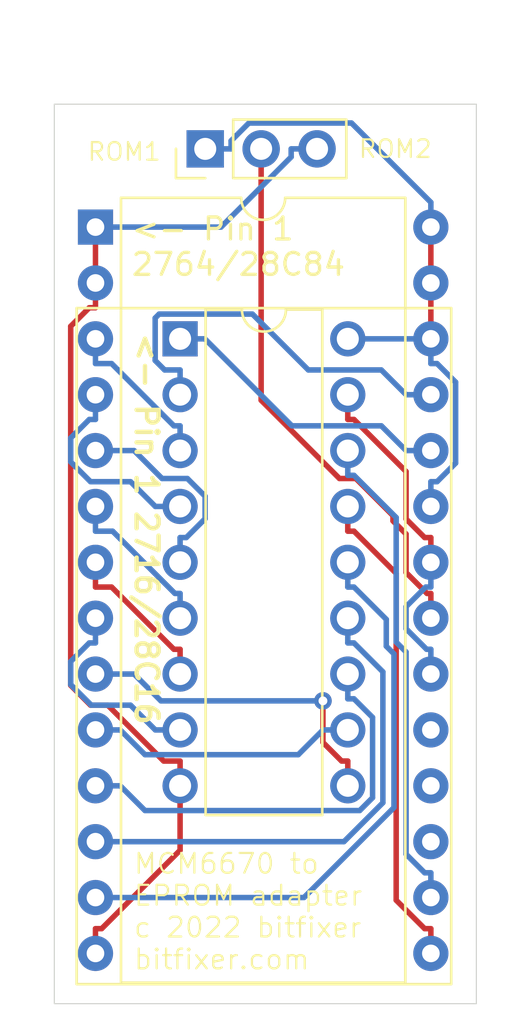
<source format=kicad_pcb>
(kicad_pcb (version 20171130) (host pcbnew "(5.1.6)-1")

  (general
    (thickness 1.6)
    (drawings 14)
    (tracks 163)
    (zones 0)
    (modules 3)
    (nets 23)
  )

  (page A4)
  (layers
    (0 F.Cu signal)
    (31 B.Cu signal)
    (32 B.Adhes user)
    (33 F.Adhes user)
    (34 B.Paste user)
    (35 F.Paste user)
    (36 B.SilkS user)
    (37 F.SilkS user)
    (38 B.Mask user)
    (39 F.Mask user)
    (40 Dwgs.User user)
    (41 Cmts.User user)
    (42 Eco1.User user)
    (43 Eco2.User user)
    (44 Edge.Cuts user)
    (45 Margin user)
    (46 B.CrtYd user)
    (47 F.CrtYd user)
    (48 B.Fab user)
    (49 F.Fab user)
  )

  (setup
    (last_trace_width 0.25)
    (trace_clearance 0.2)
    (zone_clearance 0.508)
    (zone_45_only no)
    (trace_min 0.2)
    (via_size 0.8)
    (via_drill 0.4)
    (via_min_size 0.4)
    (via_min_drill 0.3)
    (uvia_size 0.3)
    (uvia_drill 0.1)
    (uvias_allowed no)
    (uvia_min_size 0.2)
    (uvia_min_drill 0.1)
    (edge_width 0.05)
    (segment_width 0.2)
    (pcb_text_width 0.3)
    (pcb_text_size 1.5 1.5)
    (mod_edge_width 0.12)
    (mod_text_size 1 1)
    (mod_text_width 0.15)
    (pad_size 1.6 1.6)
    (pad_drill 1)
    (pad_to_mask_clearance 0.05)
    (aux_axis_origin 0 0)
    (visible_elements 7FFFFFFF)
    (pcbplotparams
      (layerselection 0x010fc_ffffffff)
      (usegerberextensions false)
      (usegerberattributes true)
      (usegerberadvancedattributes true)
      (creategerberjobfile true)
      (excludeedgelayer true)
      (linewidth 0.100000)
      (plotframeref false)
      (viasonmask false)
      (mode 1)
      (useauxorigin false)
      (hpglpennumber 1)
      (hpglpenspeed 20)
      (hpglpendiameter 15.000000)
      (psnegative false)
      (psa4output false)
      (plotreference true)
      (plotvalue true)
      (plotinvisibletext false)
      (padsonsilk false)
      (subtractmaskfromsilk false)
      (outputformat 1)
      (mirror false)
      (drillshape 0)
      (scaleselection 1)
      (outputdirectory ""))
  )

  (net 0 "")
  (net 1 +5V)
  (net 2 GND)
  (net 3 CSBAR)
  (net 4 RS3)
  (net 5 D4)
  (net 6 A0)
  (net 7 D3)
  (net 8 A1)
  (net 9 D2)
  (net 10 A2)
  (net 11 D1)
  (net 12 A3)
  (net 13 D0)
  (net 14 A4)
  (net 15 RS1)
  (net 16 A5)
  (net 17 RS2)
  (net 18 A6)
  (net 19 ASEL)
  (net 20 "Net-(J2-Pad19)")
  (net 21 "Net-(J2-Pad18)")
  (net 22 "Net-(J2-Pad17)")

  (net_class Default "This is the default net class."
    (clearance 0.2)
    (trace_width 0.25)
    (via_dia 0.8)
    (via_drill 0.4)
    (uvia_dia 0.3)
    (uvia_drill 0.1)
    (add_net +5V)
    (add_net A0)
    (add_net A1)
    (add_net A2)
    (add_net A3)
    (add_net A4)
    (add_net A5)
    (add_net A6)
    (add_net ASEL)
    (add_net CSBAR)
    (add_net D0)
    (add_net D1)
    (add_net D2)
    (add_net D3)
    (add_net D4)
    (add_net GND)
    (add_net "Net-(J2-Pad17)")
    (add_net "Net-(J2-Pad18)")
    (add_net "Net-(J2-Pad19)")
    (add_net RS1)
    (add_net RS2)
    (add_net RS3)
  )

  (module Connector_PinHeader_2.54mm:PinHeader_1x03_P2.54mm_Vertical (layer F.Cu) (tedit 59FED5CC) (tstamp 62CD0A4A)
    (at 140.589 88.011 90)
    (descr "Through hole straight pin header, 1x03, 2.54mm pitch, single row")
    (tags "Through hole pin header THT 1x03 2.54mm single row")
    (path /62CD5154)
    (fp_text reference J3 (at 0 -2.33 90) (layer F.SilkS) hide
      (effects (font (size 1 1) (thickness 0.15)))
    )
    (fp_text value Conn_01x03_Male (at 0 7.41 90) (layer F.Fab)
      (effects (font (size 1 1) (thickness 0.15)))
    )
    (fp_line (start 1.8 -1.8) (end -1.8 -1.8) (layer F.CrtYd) (width 0.05))
    (fp_line (start 1.8 6.85) (end 1.8 -1.8) (layer F.CrtYd) (width 0.05))
    (fp_line (start -1.8 6.85) (end 1.8 6.85) (layer F.CrtYd) (width 0.05))
    (fp_line (start -1.8 -1.8) (end -1.8 6.85) (layer F.CrtYd) (width 0.05))
    (fp_line (start -1.33 -1.33) (end 0 -1.33) (layer F.SilkS) (width 0.12))
    (fp_line (start -1.33 0) (end -1.33 -1.33) (layer F.SilkS) (width 0.12))
    (fp_line (start -1.33 1.27) (end 1.33 1.27) (layer F.SilkS) (width 0.12))
    (fp_line (start 1.33 1.27) (end 1.33 6.41) (layer F.SilkS) (width 0.12))
    (fp_line (start -1.33 1.27) (end -1.33 6.41) (layer F.SilkS) (width 0.12))
    (fp_line (start -1.33 6.41) (end 1.33 6.41) (layer F.SilkS) (width 0.12))
    (fp_line (start -1.27 -0.635) (end -0.635 -1.27) (layer F.Fab) (width 0.1))
    (fp_line (start -1.27 6.35) (end -1.27 -0.635) (layer F.Fab) (width 0.1))
    (fp_line (start 1.27 6.35) (end -1.27 6.35) (layer F.Fab) (width 0.1))
    (fp_line (start 1.27 -1.27) (end 1.27 6.35) (layer F.Fab) (width 0.1))
    (fp_line (start -0.635 -1.27) (end 1.27 -1.27) (layer F.Fab) (width 0.1))
    (fp_text user %R (at 0 2.54) (layer F.Fab)
      (effects (font (size 1 1) (thickness 0.15)))
    )
    (pad 3 thru_hole oval (at 0 5.08 90) (size 1.7 1.7) (drill 1) (layers *.Cu *.Mask)
      (net 2 GND))
    (pad 2 thru_hole oval (at 0 2.54 90) (size 1.7 1.7) (drill 1) (layers *.Cu *.Mask)
      (net 19 ASEL))
    (pad 1 thru_hole rect (at 0 0 90) (size 1.7 1.7) (drill 1) (layers *.Cu *.Mask)
      (net 1 +5V))
    (model ${KISYS3DMOD}/Connector_PinHeader_2.54mm.3dshapes/PinHeader_1x03_P2.54mm_Vertical.wrl
      (at (xyz 0 0 0))
      (scale (xyz 1 1 1))
      (rotate (xyz 0 0 0))
    )
  )

  (module Package_DIP:DIP-28_W15.24mm (layer F.Cu) (tedit 5A02E8C5) (tstamp 62CD0A33)
    (at 135.601 91.567)
    (descr "28-lead though-hole mounted DIP package, row spacing 15.24 mm (600 mils)")
    (tags "THT DIP DIL PDIP 2.54mm 15.24mm 600mil")
    (path /62CD055A)
    (fp_text reference J2 (at 7.62 -2.33) (layer F.SilkS) hide
      (effects (font (size 1 1) (thickness 0.15)))
    )
    (fp_text value Conn_02x14_Counter_Clockwise (at 7.62 35.35) (layer F.Fab)
      (effects (font (size 1 1) (thickness 0.15)))
    )
    (fp_line (start 16.3 -1.55) (end -1.05 -1.55) (layer F.CrtYd) (width 0.05))
    (fp_line (start 16.3 34.55) (end 16.3 -1.55) (layer F.CrtYd) (width 0.05))
    (fp_line (start -1.05 34.55) (end 16.3 34.55) (layer F.CrtYd) (width 0.05))
    (fp_line (start -1.05 -1.55) (end -1.05 34.55) (layer F.CrtYd) (width 0.05))
    (fp_line (start 14.08 -1.33) (end 8.62 -1.33) (layer F.SilkS) (width 0.12))
    (fp_line (start 14.08 34.35) (end 14.08 -1.33) (layer F.SilkS) (width 0.12))
    (fp_line (start 1.16 34.35) (end 14.08 34.35) (layer F.SilkS) (width 0.12))
    (fp_line (start 1.16 -1.33) (end 1.16 34.35) (layer F.SilkS) (width 0.12))
    (fp_line (start 6.62 -1.33) (end 1.16 -1.33) (layer F.SilkS) (width 0.12))
    (fp_line (start 0.255 -0.27) (end 1.255 -1.27) (layer F.Fab) (width 0.1))
    (fp_line (start 0.255 34.29) (end 0.255 -0.27) (layer F.Fab) (width 0.1))
    (fp_line (start 14.985 34.29) (end 0.255 34.29) (layer F.Fab) (width 0.1))
    (fp_line (start 14.985 -1.27) (end 14.985 34.29) (layer F.Fab) (width 0.1))
    (fp_line (start 1.255 -1.27) (end 14.985 -1.27) (layer F.Fab) (width 0.1))
    (fp_text user %R (at 7.62 16.51) (layer F.Fab)
      (effects (font (size 1 1) (thickness 0.15)))
    )
    (fp_arc (start 7.62 -1.33) (end 6.62 -1.33) (angle -180) (layer F.SilkS) (width 0.12))
    (pad 28 thru_hole oval (at 15.24 0) (size 1.6 1.6) (drill 0.8) (layers *.Cu *.Mask)
      (net 1 +5V))
    (pad 14 thru_hole oval (at 0 33.02) (size 1.6 1.6) (drill 0.8) (layers *.Cu *.Mask)
      (net 2 GND))
    (pad 27 thru_hole oval (at 15.24 2.54) (size 1.6 1.6) (drill 0.8) (layers *.Cu *.Mask)
      (net 1 +5V))
    (pad 13 thru_hole oval (at 0 30.48) (size 1.6 1.6) (drill 0.8) (layers *.Cu *.Mask)
      (net 9 D2))
    (pad 26 thru_hole oval (at 15.24 5.08) (size 1.6 1.6) (drill 0.8) (layers *.Cu *.Mask)
      (net 1 +5V))
    (pad 12 thru_hole oval (at 0 27.94) (size 1.6 1.6) (drill 0.8) (layers *.Cu *.Mask)
      (net 11 D1))
    (pad 25 thru_hole oval (at 15.24 7.62) (size 1.6 1.6) (drill 0.8) (layers *.Cu *.Mask)
      (net 16 A5))
    (pad 11 thru_hole oval (at 0 25.4) (size 1.6 1.6) (drill 0.8) (layers *.Cu *.Mask)
      (net 13 D0))
    (pad 24 thru_hole oval (at 15.24 10.16) (size 1.6 1.6) (drill 0.8) (layers *.Cu *.Mask)
      (net 18 A6))
    (pad 10 thru_hole oval (at 0 22.86) (size 1.6 1.6) (drill 0.8) (layers *.Cu *.Mask)
      (net 15 RS1))
    (pad 23 thru_hole oval (at 15.24 12.7) (size 1.6 1.6) (drill 0.8) (layers *.Cu *.Mask)
      (net 1 +5V))
    (pad 9 thru_hole oval (at 0 20.32) (size 1.6 1.6) (drill 0.8) (layers *.Cu *.Mask)
      (net 17 RS2))
    (pad 22 thru_hole oval (at 15.24 15.24) (size 1.6 1.6) (drill 0.8) (layers *.Cu *.Mask)
      (net 3 CSBAR))
    (pad 8 thru_hole oval (at 0 17.78) (size 1.6 1.6) (drill 0.8) (layers *.Cu *.Mask)
      (net 4 RS3))
    (pad 21 thru_hole oval (at 15.24 17.78) (size 1.6 1.6) (drill 0.8) (layers *.Cu *.Mask)
      (net 19 ASEL))
    (pad 7 thru_hole oval (at 0 15.24) (size 1.6 1.6) (drill 0.8) (layers *.Cu *.Mask)
      (net 6 A0))
    (pad 20 thru_hole oval (at 15.24 20.32) (size 1.6 1.6) (drill 0.8) (layers *.Cu *.Mask)
      (net 3 CSBAR))
    (pad 6 thru_hole oval (at 0 12.7) (size 1.6 1.6) (drill 0.8) (layers *.Cu *.Mask)
      (net 8 A1))
    (pad 19 thru_hole oval (at 15.24 22.86) (size 1.6 1.6) (drill 0.8) (layers *.Cu *.Mask)
      (net 20 "Net-(J2-Pad19)"))
    (pad 5 thru_hole oval (at 0 10.16) (size 1.6 1.6) (drill 0.8) (layers *.Cu *.Mask)
      (net 10 A2))
    (pad 18 thru_hole oval (at 15.24 25.4) (size 1.6 1.6) (drill 0.8) (layers *.Cu *.Mask)
      (net 21 "Net-(J2-Pad18)"))
    (pad 4 thru_hole oval (at 0 7.62) (size 1.6 1.6) (drill 0.8) (layers *.Cu *.Mask)
      (net 12 A3))
    (pad 17 thru_hole oval (at 15.24 27.94) (size 1.6 1.6) (drill 0.8) (layers *.Cu *.Mask)
      (net 22 "Net-(J2-Pad17)"))
    (pad 3 thru_hole oval (at 0 5.08) (size 1.6 1.6) (drill 0.8) (layers *.Cu *.Mask)
      (net 14 A4))
    (pad 16 thru_hole oval (at 15.24 30.48) (size 1.6 1.6) (drill 0.8) (layers *.Cu *.Mask)
      (net 5 D4))
    (pad 2 thru_hole oval (at 0 2.54) (size 1.6 1.6) (drill 0.8) (layers *.Cu *.Mask)
      (net 2 GND))
    (pad 15 thru_hole oval (at 15.24 33.02) (size 1.6 1.6) (drill 0.8) (layers *.Cu *.Mask)
      (net 7 D3))
    (pad 1 thru_hole rect (at 0 0) (size 1.6 1.6) (drill 0.8) (layers *.Cu *.Mask)
      (net 2 GND))
    (model ${KISYS3DMOD}/Package_DIP.3dshapes/DIP-28_W15.24mm.wrl
      (at (xyz 0 0 0))
      (scale (xyz 1 1 1))
      (rotate (xyz 0 0 0))
    )
  )

  (module Package_DIP:DIP-18_W7.62mm (layer F.Cu) (tedit 62CCAFB0) (tstamp 62CD0A03)
    (at 139.446 96.647)
    (descr "18-lead though-hole mounted DIP package, row spacing 7.62 mm (300 mils)")
    (tags "THT DIP DIL PDIP 2.54mm 7.62mm 300mil")
    (path /62CC9922)
    (fp_text reference J1 (at 3.81 -2.33) (layer F.SilkS) hide
      (effects (font (size 1 1) (thickness 0.15)))
    )
    (fp_text value MCM6670 (at 3.937 16.891 90) (layer F.Fab)
      (effects (font (size 1 1) (thickness 0.15)))
    )
    (fp_line (start 8.7 -1.55) (end -1.1 -1.55) (layer F.CrtYd) (width 0.05))
    (fp_line (start 8.7 21.85) (end 8.7 -1.55) (layer F.CrtYd) (width 0.05))
    (fp_line (start -1.1 21.85) (end 8.7 21.85) (layer F.CrtYd) (width 0.05))
    (fp_line (start -1.1 -1.55) (end -1.1 21.85) (layer F.CrtYd) (width 0.05))
    (fp_line (start 6.46 -1.33) (end 4.81 -1.33) (layer F.SilkS) (width 0.12))
    (fp_line (start 6.46 21.65) (end 6.46 -1.33) (layer F.SilkS) (width 0.12))
    (fp_line (start 1.16 21.65) (end 6.46 21.65) (layer F.SilkS) (width 0.12))
    (fp_line (start 1.16 -1.33) (end 1.16 21.65) (layer F.SilkS) (width 0.12))
    (fp_line (start 2.81 -1.33) (end 1.16 -1.33) (layer F.SilkS) (width 0.12))
    (fp_line (start 0.635 -0.27) (end 1.635 -1.27) (layer F.Fab) (width 0.1))
    (fp_line (start 0.635 21.59) (end 0.635 -0.27) (layer F.Fab) (width 0.1))
    (fp_line (start 6.985 21.59) (end 0.635 21.59) (layer F.Fab) (width 0.1))
    (fp_line (start 6.985 -1.27) (end 6.985 21.59) (layer F.Fab) (width 0.1))
    (fp_line (start 1.635 -1.27) (end 6.985 -1.27) (layer F.Fab) (width 0.1))
    (fp_text user %R (at 3.81 10.16) (layer F.Fab)
      (effects (font (size 1 1) (thickness 0.15)))
    )
    (fp_arc (start 3.81 -1.33) (end 2.81 -1.33) (angle -180) (layer F.SilkS) (width 0.12))
    (pad 18 thru_hole oval (at 7.62 0) (size 1.6 1.6) (drill 1) (layers *.Cu *.Mask)
      (net 1 +5V))
    (pad 9 thru_hole oval (at 0 20.32) (size 1.6 1.6) (drill 1) (layers *.Cu *.Mask)
      (net 2 GND))
    (pad 17 thru_hole oval (at 7.62 2.54) (size 1.6 1.6) (drill 1) (layers *.Cu *.Mask)
      (net 3 CSBAR))
    (pad 8 thru_hole oval (at 0 17.78) (size 1.6 1.6) (drill 1) (layers *.Cu *.Mask)
      (net 4 RS3))
    (pad 16 thru_hole oval (at 7.62 5.08) (size 1.6 1.6) (drill 1) (layers *.Cu *.Mask)
      (net 5 D4))
    (pad 7 thru_hole oval (at 0 15.24) (size 1.6 1.6) (drill 1) (layers *.Cu *.Mask)
      (net 6 A0))
    (pad 15 thru_hole oval (at 7.62 7.62) (size 1.6 1.6) (drill 1) (layers *.Cu *.Mask)
      (net 7 D3))
    (pad 6 thru_hole oval (at 0 12.7) (size 1.6 1.6) (drill 1) (layers *.Cu *.Mask)
      (net 8 A1))
    (pad 14 thru_hole oval (at 7.62 10.16) (size 1.6 1.6) (drill 1) (layers *.Cu *.Mask)
      (net 9 D2))
    (pad 5 thru_hole oval (at 0 10.16) (size 1.6 1.6) (drill 1) (layers *.Cu *.Mask)
      (net 10 A2))
    (pad 13 thru_hole oval (at 7.62 12.7) (size 1.6 1.6) (drill 1) (layers *.Cu *.Mask)
      (net 11 D1))
    (pad 4 thru_hole oval (at 0 7.62) (size 1.6 1.6) (drill 1) (layers *.Cu *.Mask)
      (net 12 A3))
    (pad 12 thru_hole oval (at 7.62 15.24) (size 1.6 1.6) (drill 1) (layers *.Cu *.Mask)
      (net 13 D0))
    (pad 3 thru_hole oval (at 0 5.08) (size 1.6 1.6) (drill 1) (layers *.Cu *.Mask)
      (net 14 A4))
    (pad 11 thru_hole oval (at 7.62 17.78) (size 1.6 1.6) (drill 1) (layers *.Cu *.Mask)
      (net 15 RS1))
    (pad 2 thru_hole oval (at 0 2.54) (size 1.6 1.6) (drill 1) (layers *.Cu *.Mask)
      (net 16 A5))
    (pad 10 thru_hole oval (at 7.62 20.32) (size 1.6 1.6) (drill 1) (layers *.Cu *.Mask)
      (net 17 RS2))
    (pad 1 thru_hole rect (at 0 0) (size 1.6 1.6) (drill 1) (layers *.Cu *.Mask)
      (net 18 A6))
    (model ${KISYS3DMOD}/Package_DIP.3dshapes/DIP-18_W7.62mm.wrl
      (at (xyz 0 0 0))
      (scale (xyz 1 1 1))
      (rotate (xyz 0 0 0))
    )
  )

  (gr_text "MCM6670 to\nEPROM adapter\nc 2022 bitfixer\nbitfixer.com" (at 137.287 122.682) (layer F.SilkS)
    (effects (font (size 0.9 0.9) (thickness 0.1)) (justify left))
  )
  (gr_line (start 133.731 85.979) (end 133.985 85.979) (layer Edge.Cuts) (width 0.05) (tstamp 62CD196F))
  (gr_line (start 133.731 126.873) (end 133.731 85.979) (layer Edge.Cuts) (width 0.05))
  (gr_line (start 152.908 126.873) (end 133.731 126.873) (layer Edge.Cuts) (width 0.05))
  (gr_line (start 152.908 85.979) (end 152.908 126.873) (layer Edge.Cuts) (width 0.05))
  (gr_line (start 133.985 85.979) (end 152.908 85.979) (layer Edge.Cuts) (width 0.05))
  (gr_text ROM2 (at 149.225 88.011) (layer F.SilkS)
    (effects (font (size 0.8 0.8) (thickness 0.1)))
  )
  (gr_text ROM1 (at 136.906 88.138) (layer F.SilkS)
    (effects (font (size 0.8 0.8) (thickness 0.1)))
  )
  (gr_line (start 134.747 125.984) (end 134.747 95.25) (layer F.SilkS) (width 0.12) (tstamp 62CD18A3))
  (gr_line (start 151.765 125.984) (end 134.747 125.984) (layer F.SilkS) (width 0.12))
  (gr_line (start 151.765 95.25) (end 151.765 125.984) (layer F.SilkS) (width 0.12))
  (gr_line (start 134.747 95.25) (end 151.765 95.25) (layer F.SilkS) (width 0.12))
  (gr_text "<- Pin 1 2716/28C16" (at 137.922 105.283 270) (layer F.SilkS)
    (effects (font (size 1 1) (thickness 0.2)))
  )
  (gr_text "<- Pin 1\n2764/28C84" (at 137.16 92.456) (layer F.SilkS)
    (effects (font (size 1 1) (thickness 0.15)) (justify left))
  )

  (segment (start 140.589 88.011) (end 141.7643 88.011) (width 0.25) (layer B.Cu) (net 1))
  (segment (start 150.841 91.567) (end 150.841 90.4417) (width 0.25) (layer B.Cu) (net 1))
  (segment (start 150.841 90.4417) (end 147.235 86.8357) (width 0.25) (layer B.Cu) (net 1))
  (segment (start 147.235 86.8357) (end 142.5722 86.8357) (width 0.25) (layer B.Cu) (net 1))
  (segment (start 142.5722 86.8357) (end 141.7643 87.6436) (width 0.25) (layer B.Cu) (net 1))
  (segment (start 141.7643 87.6436) (end 141.7643 88.011) (width 0.25) (layer B.Cu) (net 1))
  (segment (start 150.841 94.107) (end 150.841 91.567) (width 0.25) (layer F.Cu) (net 1))
  (segment (start 150.841 96.647) (end 150.841 94.107) (width 0.25) (layer F.Cu) (net 1))
  (segment (start 150.841 96.647) (end 150.841 97.7723) (width 0.25) (layer B.Cu) (net 1))
  (segment (start 150.841 104.267) (end 150.841 103.1417) (width 0.25) (layer B.Cu) (net 1))
  (segment (start 150.841 103.1417) (end 151.1223 103.1417) (width 0.25) (layer B.Cu) (net 1))
  (segment (start 151.1223 103.1417) (end 151.9663 102.2977) (width 0.25) (layer B.Cu) (net 1))
  (segment (start 151.9663 102.2977) (end 151.9663 98.6162) (width 0.25) (layer B.Cu) (net 1))
  (segment (start 151.9663 98.6162) (end 151.1224 97.7723) (width 0.25) (layer B.Cu) (net 1))
  (segment (start 151.1224 97.7723) (end 150.841 97.7723) (width 0.25) (layer B.Cu) (net 1))
  (segment (start 147.066 96.647) (end 150.841 96.647) (width 0.25) (layer B.Cu) (net 1))
  (segment (start 135.601 94.107) (end 135.601 95.2323) (width 0.25) (layer F.Cu) (net 2))
  (segment (start 139.446 116.967) (end 139.446 115.8417) (width 0.25) (layer F.Cu) (net 2))
  (segment (start 139.446 115.8417) (end 138.6994 115.8417) (width 0.25) (layer F.Cu) (net 2))
  (segment (start 138.6994 115.8417) (end 136.1594 113.3017) (width 0.25) (layer F.Cu) (net 2))
  (segment (start 136.1594 113.3017) (end 135.3765 113.3017) (width 0.25) (layer F.Cu) (net 2))
  (segment (start 135.3765 113.3017) (end 134.4757 112.4009) (width 0.25) (layer F.Cu) (net 2))
  (segment (start 134.4757 112.4009) (end 134.4757 96.0762) (width 0.25) (layer F.Cu) (net 2))
  (segment (start 134.4757 96.0762) (end 135.3196 95.2323) (width 0.25) (layer F.Cu) (net 2))
  (segment (start 135.3196 95.2323) (end 135.601 95.2323) (width 0.25) (layer F.Cu) (net 2))
  (segment (start 135.601 123.4617) (end 135.8823 123.4617) (width 0.25) (layer F.Cu) (net 2))
  (segment (start 135.8823 123.4617) (end 139.446 119.898) (width 0.25) (layer F.Cu) (net 2))
  (segment (start 139.446 119.898) (end 139.446 116.967) (width 0.25) (layer F.Cu) (net 2))
  (segment (start 145.669 88.011) (end 144.4937 88.011) (width 0.25) (layer B.Cu) (net 2))
  (segment (start 135.601 91.567) (end 141.305 91.567) (width 0.25) (layer B.Cu) (net 2))
  (segment (start 141.305 91.567) (end 144.4937 88.3783) (width 0.25) (layer B.Cu) (net 2))
  (segment (start 144.4937 88.3783) (end 144.4937 88.011) (width 0.25) (layer B.Cu) (net 2))
  (segment (start 135.601 91.567) (end 135.601 94.107) (width 0.25) (layer F.Cu) (net 2))
  (segment (start 135.601 124.587) (end 135.601 123.4617) (width 0.25) (layer F.Cu) (net 2))
  (segment (start 150.841 111.887) (end 150.841 110.7617) (width 0.25) (layer B.Cu) (net 3))
  (segment (start 150.841 106.807) (end 150.841 107.9323) (width 0.25) (layer B.Cu) (net 3))
  (segment (start 150.841 107.9323) (end 150.6051 107.9323) (width 0.25) (layer B.Cu) (net 3))
  (segment (start 150.6051 107.9323) (end 149.7157 108.8217) (width 0.25) (layer B.Cu) (net 3))
  (segment (start 149.7157 108.8217) (end 149.7157 109.8292) (width 0.25) (layer B.Cu) (net 3))
  (segment (start 149.7157 109.8292) (end 150.6482 110.7617) (width 0.25) (layer B.Cu) (net 3))
  (segment (start 150.6482 110.7617) (end 150.841 110.7617) (width 0.25) (layer B.Cu) (net 3))
  (segment (start 150.841 106.807) (end 150.841 105.6817) (width 0.25) (layer F.Cu) (net 3))
  (segment (start 147.066 99.187) (end 147.066 100.3123) (width 0.25) (layer F.Cu) (net 3))
  (segment (start 147.066 100.3123) (end 147.3474 100.3123) (width 0.25) (layer F.Cu) (net 3))
  (segment (start 147.3474 100.3123) (end 149.7157 102.6806) (width 0.25) (layer F.Cu) (net 3))
  (segment (start 149.7157 102.6806) (end 149.7157 104.8378) (width 0.25) (layer F.Cu) (net 3))
  (segment (start 149.7157 104.8378) (end 150.5596 105.6817) (width 0.25) (layer F.Cu) (net 3))
  (segment (start 150.5596 105.6817) (end 150.841 105.6817) (width 0.25) (layer F.Cu) (net 3))
  (segment (start 139.446 114.427) (end 138.3207 114.427) (width 0.25) (layer B.Cu) (net 4))
  (segment (start 135.601 109.347) (end 135.601 110.4723) (width 0.25) (layer B.Cu) (net 4))
  (segment (start 138.3207 114.427) (end 137.1954 113.3017) (width 0.25) (layer B.Cu) (net 4))
  (segment (start 137.1954 113.3017) (end 135.4131 113.3017) (width 0.25) (layer B.Cu) (net 4))
  (segment (start 135.4131 113.3017) (end 134.4757 112.3643) (width 0.25) (layer B.Cu) (net 4))
  (segment (start 134.4757 112.3643) (end 134.4757 111.3162) (width 0.25) (layer B.Cu) (net 4))
  (segment (start 134.4757 111.3162) (end 135.3196 110.4723) (width 0.25) (layer B.Cu) (net 4))
  (segment (start 135.3196 110.4723) (end 135.601 110.4723) (width 0.25) (layer B.Cu) (net 4))
  (segment (start 147.066 102.8523) (end 147.3473 102.8523) (width 0.25) (layer B.Cu) (net 5))
  (segment (start 147.3473 102.8523) (end 149.2654 104.7704) (width 0.25) (layer B.Cu) (net 5))
  (segment (start 149.2654 104.7704) (end 149.2654 110.4339) (width 0.25) (layer B.Cu) (net 5))
  (segment (start 149.2654 110.4339) (end 149.7157 110.8842) (width 0.25) (layer B.Cu) (net 5))
  (segment (start 149.7157 110.8842) (end 149.7157 120.0778) (width 0.25) (layer B.Cu) (net 5))
  (segment (start 149.7157 120.0778) (end 150.5596 120.9217) (width 0.25) (layer B.Cu) (net 5))
  (segment (start 150.5596 120.9217) (end 150.841 120.9217) (width 0.25) (layer B.Cu) (net 5))
  (segment (start 150.841 122.047) (end 150.841 120.9217) (width 0.25) (layer B.Cu) (net 5))
  (segment (start 147.066 101.727) (end 147.066 102.8523) (width 0.25) (layer B.Cu) (net 5))
  (segment (start 135.601 106.807) (end 135.601 107.9323) (width 0.25) (layer F.Cu) (net 6))
  (segment (start 139.446 111.887) (end 139.446 110.7617) (width 0.25) (layer F.Cu) (net 6))
  (segment (start 139.446 110.7617) (end 139.1646 110.7617) (width 0.25) (layer F.Cu) (net 6))
  (segment (start 139.1646 110.7617) (end 136.3352 107.9323) (width 0.25) (layer F.Cu) (net 6))
  (segment (start 136.3352 107.9323) (end 135.601 107.9323) (width 0.25) (layer F.Cu) (net 6))
  (segment (start 147.066 105.3923) (end 147.3474 105.3923) (width 0.25) (layer F.Cu) (net 7))
  (segment (start 147.3474 105.3923) (end 149.2654 107.3103) (width 0.25) (layer F.Cu) (net 7))
  (segment (start 149.2654 107.3103) (end 149.2654 122.1675) (width 0.25) (layer F.Cu) (net 7))
  (segment (start 149.2654 122.1675) (end 150.5596 123.4617) (width 0.25) (layer F.Cu) (net 7))
  (segment (start 150.5596 123.4617) (end 150.841 123.4617) (width 0.25) (layer F.Cu) (net 7))
  (segment (start 150.841 124.587) (end 150.841 123.4617) (width 0.25) (layer F.Cu) (net 7))
  (segment (start 147.066 104.267) (end 147.066 105.3923) (width 0.25) (layer F.Cu) (net 7))
  (segment (start 139.446 108.2217) (end 139.2104 108.2217) (width 0.25) (layer B.Cu) (net 8))
  (segment (start 139.2104 108.2217) (end 136.381 105.3923) (width 0.25) (layer B.Cu) (net 8))
  (segment (start 136.381 105.3923) (end 135.601 105.3923) (width 0.25) (layer B.Cu) (net 8))
  (segment (start 135.601 104.267) (end 135.601 105.3923) (width 0.25) (layer B.Cu) (net 8))
  (segment (start 139.446 109.347) (end 139.446 108.2217) (width 0.25) (layer B.Cu) (net 8))
  (segment (start 147.066 107.9323) (end 147.3473 107.9323) (width 0.25) (layer B.Cu) (net 9))
  (segment (start 147.3473 107.9323) (end 148.8151 109.4001) (width 0.25) (layer B.Cu) (net 9))
  (segment (start 148.8151 109.4001) (end 148.8151 110.6205) (width 0.25) (layer B.Cu) (net 9))
  (segment (start 148.8151 110.6205) (end 149.1649 110.9703) (width 0.25) (layer B.Cu) (net 9))
  (segment (start 149.1649 110.9703) (end 149.1649 117.9561) (width 0.25) (layer B.Cu) (net 9))
  (segment (start 149.1649 117.9561) (end 145.074 122.047) (width 0.25) (layer B.Cu) (net 9))
  (segment (start 145.074 122.047) (end 135.601 122.047) (width 0.25) (layer B.Cu) (net 9))
  (segment (start 147.066 106.807) (end 147.066 107.9323) (width 0.25) (layer B.Cu) (net 9))
  (segment (start 139.446 106.807) (end 139.446 105.6817) (width 0.25) (layer B.Cu) (net 10))
  (segment (start 139.446 105.6817) (end 139.7273 105.6817) (width 0.25) (layer B.Cu) (net 10))
  (segment (start 139.7273 105.6817) (end 140.5824 104.8266) (width 0.25) (layer B.Cu) (net 10))
  (segment (start 140.5824 104.8266) (end 140.5824 103.8023) (width 0.25) (layer B.Cu) (net 10))
  (segment (start 140.5824 103.8023) (end 139.7771 102.997) (width 0.25) (layer B.Cu) (net 10))
  (segment (start 139.7771 102.997) (end 138.6263 102.997) (width 0.25) (layer B.Cu) (net 10))
  (segment (start 138.6263 102.997) (end 137.3563 101.727) (width 0.25) (layer B.Cu) (net 10))
  (segment (start 137.3563 101.727) (end 135.601 101.727) (width 0.25) (layer B.Cu) (net 10))
  (segment (start 147.066 109.347) (end 147.066 110.4723) (width 0.25) (layer B.Cu) (net 11))
  (segment (start 147.066 110.4723) (end 147.3473 110.4723) (width 0.25) (layer B.Cu) (net 11))
  (segment (start 147.3473 110.4723) (end 148.6608 111.7858) (width 0.25) (layer B.Cu) (net 11))
  (segment (start 148.6608 111.7858) (end 148.6608 117.7371) (width 0.25) (layer B.Cu) (net 11))
  (segment (start 148.6608 117.7371) (end 146.8909 119.507) (width 0.25) (layer B.Cu) (net 11))
  (segment (start 146.8909 119.507) (end 135.601 119.507) (width 0.25) (layer B.Cu) (net 11))
  (segment (start 135.601 99.187) (end 135.601 100.3123) (width 0.25) (layer B.Cu) (net 12))
  (segment (start 139.446 104.267) (end 138.3207 104.267) (width 0.25) (layer B.Cu) (net 12))
  (segment (start 138.3207 104.267) (end 137.1954 103.1417) (width 0.25) (layer B.Cu) (net 12))
  (segment (start 137.1954 103.1417) (end 135.3765 103.1417) (width 0.25) (layer B.Cu) (net 12))
  (segment (start 135.3765 103.1417) (end 134.4757 102.2409) (width 0.25) (layer B.Cu) (net 12))
  (segment (start 134.4757 102.2409) (end 134.4757 101.1562) (width 0.25) (layer B.Cu) (net 12))
  (segment (start 134.4757 101.1562) (end 135.3196 100.3123) (width 0.25) (layer B.Cu) (net 12))
  (segment (start 135.3196 100.3123) (end 135.601 100.3123) (width 0.25) (layer B.Cu) (net 12))
  (segment (start 135.601 116.967) (end 136.7263 116.967) (width 0.25) (layer B.Cu) (net 13))
  (segment (start 147.066 111.887) (end 147.066 113.0123) (width 0.25) (layer B.Cu) (net 13))
  (segment (start 147.066 113.0123) (end 147.3473 113.0123) (width 0.25) (layer B.Cu) (net 13))
  (segment (start 147.3473 113.0123) (end 148.1926 113.8576) (width 0.25) (layer B.Cu) (net 13))
  (segment (start 148.1926 113.8576) (end 148.1926 117.5076) (width 0.25) (layer B.Cu) (net 13))
  (segment (start 148.1926 117.5076) (end 147.6079 118.0923) (width 0.25) (layer B.Cu) (net 13))
  (segment (start 147.6079 118.0923) (end 137.8516 118.0923) (width 0.25) (layer B.Cu) (net 13))
  (segment (start 137.8516 118.0923) (end 136.7263 116.967) (width 0.25) (layer B.Cu) (net 13))
  (segment (start 135.601 96.647) (end 135.601 97.7723) (width 0.25) (layer B.Cu) (net 14))
  (segment (start 139.446 101.727) (end 139.446 100.6017) (width 0.25) (layer B.Cu) (net 14))
  (segment (start 139.446 100.6017) (end 139.1646 100.6017) (width 0.25) (layer B.Cu) (net 14))
  (segment (start 139.1646 100.6017) (end 136.3352 97.7723) (width 0.25) (layer B.Cu) (net 14))
  (segment (start 136.3352 97.7723) (end 135.601 97.7723) (width 0.25) (layer B.Cu) (net 14))
  (segment (start 135.601 114.427) (end 136.7263 114.427) (width 0.25) (layer B.Cu) (net 15))
  (segment (start 147.066 114.427) (end 145.9407 114.427) (width 0.25) (layer B.Cu) (net 15))
  (segment (start 145.9407 114.427) (end 144.8154 115.5523) (width 0.25) (layer B.Cu) (net 15))
  (segment (start 144.8154 115.5523) (end 137.8516 115.5523) (width 0.25) (layer B.Cu) (net 15))
  (segment (start 137.8516 115.5523) (end 136.7263 114.427) (width 0.25) (layer B.Cu) (net 15))
  (segment (start 150.841 99.187) (end 149.7157 99.187) (width 0.25) (layer B.Cu) (net 16))
  (segment (start 139.446 99.187) (end 139.446 98.0617) (width 0.25) (layer B.Cu) (net 16))
  (segment (start 139.446 98.0617) (end 138.7427 98.0617) (width 0.25) (layer B.Cu) (net 16))
  (segment (start 138.7427 98.0617) (end 138.3144 97.6334) (width 0.25) (layer B.Cu) (net 16))
  (segment (start 138.3144 97.6334) (end 138.3144 95.7016) (width 0.25) (layer B.Cu) (net 16))
  (segment (start 138.3144 95.7016) (end 138.4944 95.5216) (width 0.25) (layer B.Cu) (net 16))
  (segment (start 138.4944 95.5216) (end 142.7327 95.5216) (width 0.25) (layer B.Cu) (net 16))
  (segment (start 142.7327 95.5216) (end 145.2728 98.0617) (width 0.25) (layer B.Cu) (net 16))
  (segment (start 145.2728 98.0617) (end 148.5904 98.0617) (width 0.25) (layer B.Cu) (net 16))
  (segment (start 148.5904 98.0617) (end 149.7157 99.187) (width 0.25) (layer B.Cu) (net 16))
  (segment (start 147.066 115.8417) (end 146.7847 115.8417) (width 0.25) (layer F.Cu) (net 17))
  (segment (start 146.7847 115.8417) (end 145.9373 114.9943) (width 0.25) (layer F.Cu) (net 17))
  (segment (start 145.9373 114.9943) (end 145.9373 113.1054) (width 0.25) (layer F.Cu) (net 17))
  (segment (start 135.601 111.887) (end 137.3563 111.887) (width 0.25) (layer B.Cu) (net 17))
  (segment (start 137.3563 111.887) (end 138.5747 113.1054) (width 0.25) (layer B.Cu) (net 17))
  (segment (start 138.5747 113.1054) (end 145.9373 113.1054) (width 0.25) (layer B.Cu) (net 17))
  (segment (start 147.066 116.967) (end 147.066 115.8417) (width 0.25) (layer F.Cu) (net 17))
  (via (at 145.9373 113.1054) (size 0.8) (layers F.Cu B.Cu) (net 17))
  (segment (start 150.841 101.727) (end 149.7157 101.727) (width 0.25) (layer B.Cu) (net 18))
  (segment (start 139.446 96.647) (end 140.5713 96.647) (width 0.25) (layer B.Cu) (net 18))
  (segment (start 140.5713 96.647) (end 144.526 100.6017) (width 0.25) (layer B.Cu) (net 18))
  (segment (start 144.526 100.6017) (end 148.5904 100.6017) (width 0.25) (layer B.Cu) (net 18))
  (segment (start 148.5904 100.6017) (end 149.7157 101.727) (width 0.25) (layer B.Cu) (net 18))
  (segment (start 150.841 109.347) (end 150.841 108.2217) (width 0.25) (layer F.Cu) (net 19))
  (segment (start 150.841 108.2217) (end 150.6642 108.2217) (width 0.25) (layer F.Cu) (net 19))
  (segment (start 150.6642 108.2217) (end 149.7157 107.2732) (width 0.25) (layer F.Cu) (net 19))
  (segment (start 149.7157 107.2732) (end 149.7157 105.5218) (width 0.25) (layer F.Cu) (net 19))
  (segment (start 149.7157 105.5218) (end 149.1207 104.9268) (width 0.25) (layer F.Cu) (net 19))
  (segment (start 149.1207 104.9268) (end 149.1207 104.6855) (width 0.25) (layer F.Cu) (net 19))
  (segment (start 149.1207 104.6855) (end 147.4322 102.997) (width 0.25) (layer F.Cu) (net 19))
  (segment (start 147.4322 102.997) (end 146.6863 102.997) (width 0.25) (layer F.Cu) (net 19))
  (segment (start 146.6863 102.997) (end 143.129 99.4397) (width 0.25) (layer F.Cu) (net 19))
  (segment (start 143.129 99.4397) (end 143.129 88.011) (width 0.25) (layer F.Cu) (net 19))

)

</source>
